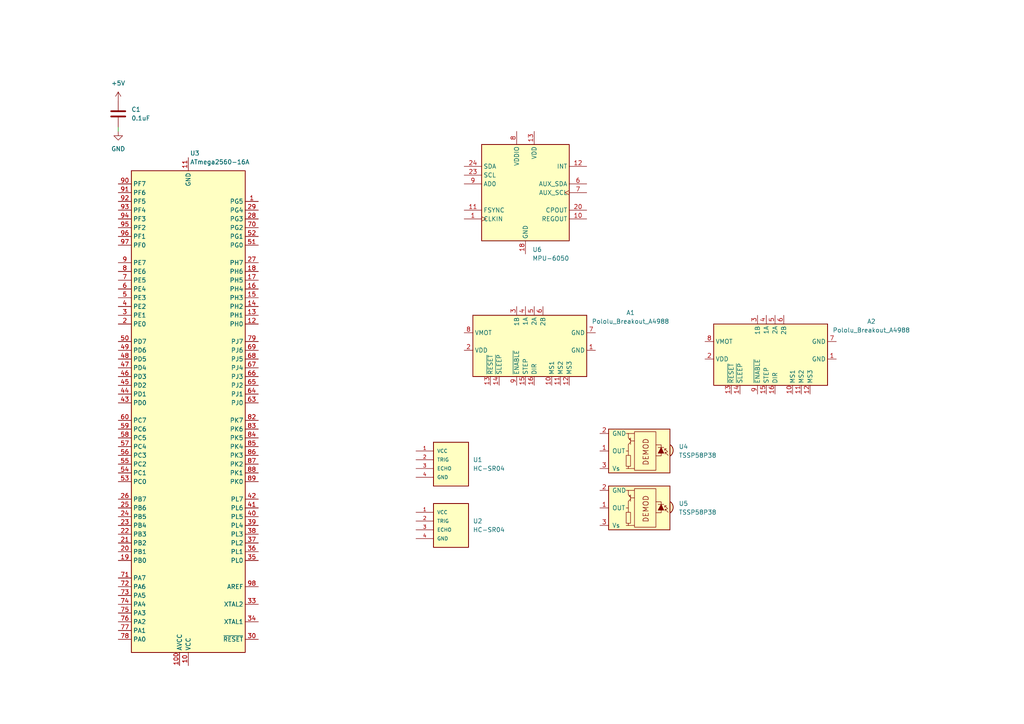
<source format=kicad_sch>
(kicad_sch (version 20211123) (generator eeschema)
  (paper "A4")
  (title_block (date "2023-01-16"))
  (lib_symbols
    (symbol "Device:C" (pin_numbers hide) (pin_names (offset 0.254))
      (property "Reference" "C" (at 0.635 2.54 0))
      (property "Value" "C" (at 0.635 -2.54 0))
      (symbol "C_0_1"
        (polyline (pts (xy -2.032 -0.762) (xy 2.032 -0.762)) (stroke (width 0.508)))
        (polyline (pts (xy -2.032 0.762) (xy 2.032 0.762)) (stroke (width 0.508)))
      )
      (symbol "C_1_1"
        (pin passive line (at 0 3.81 270) (length 2.794) (name "~") (number "1"))
        (pin passive line (at 0 -3.81 90) (length 2.794) (name "~") (number "2"))
      )
    )
    (symbol "Driver_Motor:Pololu_Breakout_A4988"
      (property "Reference" "A" (at -2.54 19.05 0))
      (property "Value" "Pololu_Breakout_A4988" (at -2.54 16.51 0))
      (symbol "Pololu_Breakout_A4988_0_1"
        (rectangle (start 10.16 -17.78) (end -7.62 15.24) (stroke (width 0.254)) (fill (type background)))
      )
      (symbol "Pololu_Breakout_A4988_1_1"
        (pin power_in line (at 0 -20.32 90) (length 2.54) (name "GND") (number "1"))
        (pin input line (at -10.16 -7.62 0) (length 2.54) (name "MS1") (number "10"))
        (pin input line (at -10.16 -10.16 0) (length 2.54) (name "MS2") (number "11"))
        (pin input line (at -10.16 -12.7 0) (length 2.54) (name "MS3") (number "12"))
        (pin input line (at -10.16 10.16 0) (length 2.54) (name "~{RESET}") (number "13"))
        (pin input line (at -10.16 7.62 0) (length 2.54) (name "~{SLEEP}") (number "14"))
        (pin input line (at -10.16 0 0) (length 2.54) (name "STEP") (number "15"))
        (pin input line (at -10.16 -2.54 0) (length 2.54) (name "DIR") (number "16"))
        (pin power_in line (at 0 17.78 270) (length 2.54) (name "VDD") (number "2"))
        (pin output line (at 12.7 2.54 180) (length 2.54) (name "1B") (number "3"))
        (pin output line (at 12.7 0 180) (length 2.54) (name "1A") (number "4"))
        (pin output line (at 12.7 -2.54 180) (length 2.54) (name "2A") (number "5"))
        (pin output line (at 12.7 -5.08 180) (length 2.54) (name "2B") (number "6"))
        (pin power_in line (at 5.08 -20.32 90) (length 2.54) (name "GND") (number "7"))
        (pin power_in line (at 5.08 17.78 270) (length 2.54) (name "VMOT") (number "8"))
        (pin input line (at -10.16 2.54 0) (length 2.54) (name "~{ENABLE}") (number "9"))
      )
    )
    (symbol "HC-SR04:HC-SR04" (pin_names (offset 1.016))
      (property "Reference" "U" (at 0 5.0813 0))
      (property "Value" "HC-SR04" (at 0 -10.163 0))
      (symbol "HC-SR04_0_0"
        (rectangle (start 0 -7.62) (end 10.16 5.08) (stroke (width 0.254)) (fill (type background)))
        (pin power_in line (at -5.08 2.54 0) (length 5.08) (name "VCC") (number "1"))
        (pin bidirectional line (at -5.08 0 0) (length 5.08) (name "TRIG") (number "2"))
        (pin bidirectional line (at -5.08 -2.54 0) (length 5.08) (name "ECHO") (number "3"))
        (pin power_in line (at -5.08 -5.08 0) (length 5.08) (name "GND") (number "4"))
      )
    )
    (symbol "MCU_Microchip_ATmega:ATmega2560-16A"
      (property "Reference" "U" (at 0 1.27 0))
      (property "Value" "ATmega2560-16A" (at 0 -1.27 0))
      (symbol "ATmega2560-16A_0_1"
        (rectangle (start -16.51 -69.85) (end 16.51 69.85) (stroke (width 0.254)) (fill (type background)))
      )
      (symbol "ATmega2560-16A_1_1"
        (pin bidirectional line (at -20.32 -60.96 0) (length 3.81) (name "PG5") (number "1"))
        (pin power_in line (at 0 73.66 270) (length 3.81) (name "VCC") (number "10"))
        (pin power_in line (at 2.54 73.66 270) (length 3.81) (name "AVCC") (number "100"))
        (pin power_in line (at 0 -73.66 90) (length 3.81) (name "GND") (number "11"))
        (pin bidirectional line (at -20.32 -25.4 0) (length 3.81) (name "PH0") (number "12"))
        (pin bidirectional line (at -20.32 -27.94 0) (length 3.81) (name "PH1") (number "13"))
        (pin bidirectional line (at -20.32 -30.48 0) (length 3.81) (name "PH2") (number "14"))
        (pin bidirectional line (at -20.32 -33.02 0) (length 3.81) (name "PH3") (number "15"))
        (pin bidirectional line (at -20.32 -35.56 0) (length 3.81) (name "PH4") (number "16"))
        (pin bidirectional line (at -20.32 -38.1 0) (length 3.81) (name "PH5") (number "17"))
        (pin bidirectional line (at -20.32 -40.64 0) (length 3.81) (name "PH6") (number "18"))
        (pin bidirectional line (at 20.32 43.18 180) (length 3.81) (name "PB0") (number "19"))
        (pin bidirectional line (at 20.32 -25.4 180) (length 3.81) (name "PE0") (number "2"))
        (pin bidirectional line (at 20.32 40.64 180) (length 3.81) (name "PB1") (number "20"))
        (pin bidirectional line (at 20.32 38.1 180) (length 3.81) (name "PB2") (number "21"))
        (pin bidirectional line (at 20.32 35.56 180) (length 3.81) (name "PB3") (number "22"))
        (pin bidirectional line (at 20.32 33.02 180) (length 3.81) (name "PB4") (number "23"))
        (pin bidirectional line (at 20.32 30.48 180) (length 3.81) (name "PB5") (number "24"))
        (pin bidirectional line (at 20.32 27.94 180) (length 3.81) (name "PB6") (number "25"))
        (pin bidirectional line (at 20.32 25.4 180) (length 3.81) (name "PB7") (number "26"))
        (pin bidirectional line (at -20.32 -43.18 0) (length 3.81) (name "PH7") (number "27"))
        (pin bidirectional line (at -20.32 -55.88 0) (length 3.81) (name "PG3") (number "28"))
        (pin bidirectional line (at -20.32 -58.42 0) (length 3.81) (name "PG4") (number "29"))
        (pin bidirectional line (at 20.32 -27.94 180) (length 3.81) (name "PE1") (number "3"))
        (pin input line (at -20.32 66.04 0) (length 3.81) (name "~{RESET}") (number "30"))
        (pin passive line (at 0 73.66 270) (length 3.81) hide (name "VCC") (number "31"))
        (pin passive line (at 0 -73.66 90) (length 3.81) hide (name "GND") (number "32"))
        (pin output line (at -20.32 55.88 0) (length 3.81) (name "XTAL2") (number "33"))
        (pin input line (at -20.32 60.96 0) (length 3.81) (name "XTAL1") (number "34"))
        (pin bidirectional line (at -20.32 43.18 0) (length 3.81) (name "PL0") (number "35"))
        (pin bidirectional line (at -20.32 40.64 0) (length 3.81) (name "PL1") (number "36"))
        (pin bidirectional line (at -20.32 38.1 0) (length 3.81) (name "PL2") (number "37"))
        (pin bidirectional line (at -20.32 35.56 0) (length 3.81) (name "PL3") (number "38"))
        (pin bidirectional line (at -20.32 33.02 0) (length 3.81) (name "PL4") (number "39"))
        (pin bidirectional line (at 20.32 -30.48 180) (length 3.81) (name "PE2") (number "4"))
        (pin bidirectional line (at -20.32 30.48 0) (length 3.81) (name "PL5") (number "40"))
        (pin bidirectional line (at -20.32 27.94 0) (length 3.81) (name "PL6") (number "41"))
        (pin bidirectional line (at -20.32 25.4 0) (length 3.81) (name "PL7") (number "42"))
        (pin bidirectional line (at 20.32 -2.54 180) (length 3.81) (name "PD0") (number "43"))
        (pin bidirectional line (at 20.32 -5.08 180) (length 3.81) (name "PD1") (number "44"))
        (pin bidirectional line (at 20.32 -7.62 180) (length 3.81) (name "PD2") (number "45"))
        (pin bidirectional line (at 20.32 -10.16 180) (length 3.81) (name "PD3") (number "46"))
        (pin bidirectional line (at 20.32 -12.7 180) (length 3.81) (name "PD4") (number "47"))
        (pin bidirectional line (at 20.32 -15.24 180) (length 3.81) (name "PD5") (number "48"))
        (pin bidirectional line (at 20.32 -17.78 180) (length 3.81) (name "PD6") (number "49"))
        (pin bidirectional line (at 20.32 -33.02 180) (length 3.81) (name "PE3") (number "5"))
        (pin bidirectional line (at 20.32 -20.32 180) (length 3.81) (name "PD7") (number "50"))
        (pin bidirectional line (at -20.32 -48.26 0) (length 3.81) (name "PG0") (number "51"))
        (pin bidirectional line (at -20.32 -50.8 0) (length 3.81) (name "PG1") (number "52"))
        (pin bidirectional line (at 20.32 20.32 180) (length 3.81) (name "PC0") (number "53"))
        (pin bidirectional line (at 20.32 17.78 180) (length 3.81) (name "PC1") (number "54"))
        (pin bidirectional line (at 20.32 15.24 180) (length 3.81) (name "PC2") (number "55"))
        (pin bidirectional line (at 20.32 12.7 180) (length 3.81) (name "PC3") (number "56"))
        (pin bidirectional line (at 20.32 10.16 180) (length 3.81) (name "PC4") (number "57"))
        (pin bidirectional line (at 20.32 7.62 180) (length 3.81) (name "PC5") (number "58"))
        (pin bidirectional line (at 20.32 5.08 180) (length 3.81) (name "PC6") (number "59"))
        (pin bidirectional line (at 20.32 -35.56 180) (length 3.81) (name "PE4") (number "6"))
        (pin bidirectional line (at 20.32 2.54 180) (length 3.81) (name "PC7") (number "60"))
        (pin passive line (at 0 73.66 270) (length 3.81) hide (name "VCC") (number "61"))
        (pin passive line (at 0 -73.66 90) (length 3.81) hide (name "GND") (number "62"))
        (pin bidirectional line (at -20.32 -2.54 0) (length 3.81) (name "PJ0") (number "63"))
        (pin bidirectional line (at -20.32 -5.08 0) (length 3.81) (name "PJ1") (number "64"))
        (pin bidirectional line (at -20.32 -7.62 0) (length 3.81) (name "PJ2") (number "65"))
        (pin bidirectional line (at -20.32 -10.16 0) (length 3.81) (name "PJ3") (number "66"))
        (pin bidirectional line (at -20.32 -12.7 0) (length 3.81) (name "PJ4") (number "67"))
        (pin bidirectional line (at -20.32 -15.24 0) (length 3.81) (name "PJ5") (number "68"))
        (pin bidirectional line (at -20.32 -17.78 0) (length 3.81) (name "PJ6") (number "69"))
        (pin bidirectional line (at 20.32 -38.1 180) (length 3.81) (name "PE5") (number "7"))
        (pin bidirectional line (at -20.32 -53.34 0) (length 3.81) (name "PG2") (number "70"))
        (pin bidirectional line (at 20.32 48.26 180) (length 3.81) (name "PA7") (number "71"))
        (pin bidirectional line (at 20.32 50.8 180) (length 3.81) (name "PA6") (number "72"))
        (pin bidirectional line (at 20.32 53.34 180) (length 3.81) (name "PA5") (number "73"))
        (pin bidirectional line (at 20.32 55.88 180) (length 3.81) (name "PA4") (number "74"))
        (pin bidirectional line (at 20.32 58.42 180) (length 3.81) (name "PA3") (number "75"))
        (pin bidirectional line (at 20.32 60.96 180) (length 3.81) (name "PA2") (number "76"))
        (pin bidirectional line (at 20.32 63.5 180) (length 3.81) (name "PA1") (number "77"))
        (pin bidirectional line (at 20.32 66.04 180) (length 3.81) (name "PA0") (number "78"))
        (pin bidirectional line (at -20.32 -20.32 0) (length 3.81) (name "PJ7") (number "79"))
        (pin bidirectional line (at 20.32 -40.64 180) (length 3.81) (name "PE6") (number "8"))
        (pin passive line (at 0 73.66 270) (length 3.81) hide (name "VCC") (number "80"))
        (pin passive line (at 0 -73.66 90) (length 3.81) hide (name "GND") (number "81"))
        (pin bidirectional line (at -20.32 2.54 0) (length 3.81) (name "PK7") (number "82"))
        (pin bidirectional line (at -20.32 5.08 0) (length 3.81) (name "PK6") (number "83"))
        (pin bidirectional line (at -20.32 7.62 0) (length 3.81) (name "PK5") (number "84"))
        (pin bidirectional line (at -20.32 10.16 0) (length 3.81) (name "PK4") (number "85"))
        (pin bidirectional line (at -20.32 12.7 0) (length 3.81) (name "PK3") (number "86"))
        (pin bidirectional line (at -20.32 15.24 0) (length 3.81) (name "PK2") (number "87"))
        (pin bidirectional line (at -20.32 17.78 0) (length 3.81) (name "PK1") (number "88"))
        (pin bidirectional line (at -20.32 20.32 0) (length 3.81) (name "PK0") (number "89"))
        (pin bidirectional line (at 20.32 -43.18 180) (length 3.81) (name "PE7") (number "9"))
        (pin bidirectional line (at 20.32 -66.04 180) (length 3.81) (name "PF7") (number "90"))
        (pin bidirectional line (at 20.32 -63.5 180) (length 3.81) (name "PF6") (number "91"))
        (pin bidirectional line (at 20.32 -60.96 180) (length 3.81) (name "PF5") (number "92"))
        (pin bidirectional line (at 20.32 -58.42 180) (length 3.81) (name "PF4") (number "93"))
        (pin bidirectional line (at 20.32 -55.88 180) (length 3.81) (name "PF3") (number "94"))
        (pin bidirectional line (at 20.32 -53.34 180) (length 3.81) (name "PF2") (number "95"))
        (pin bidirectional line (at 20.32 -50.8 180) (length 3.81) (name "PF1") (number "96"))
        (pin bidirectional line (at 20.32 -48.26 180) (length 3.81) (name "PF0") (number "97"))
        (pin passive line (at -20.32 50.8 0) (length 3.81) (name "AREF") (number "98"))
        (pin passive line (at 0 -73.66 90) (length 3.81) hide (name "GND") (number "99"))
      )
    )
    (symbol "Sensor_Motion:MPU-6050"
      (property "Reference" "U" (at -11.43 13.97 0))
      (property "Value" "MPU-6050" (at 7.62 -15.24 0))
      (symbol "MPU-6050_0_0"
        (text "" (at 12.7 -2.54 0) (effects (font (size 1.27 1.27))))
      )
      (symbol "MPU-6050_0_1"
        (rectangle (start -12.7 13.97) (end 12.7 -13.97) (stroke (width 0.254)) (fill (type background)))
      )
      (symbol "MPU-6050_1_1"
        (pin input clock (at -17.78 -7.62 0) (length 5.08) (name "CLKIN") (number "1"))
        (pin passive line (at 17.78 -7.62 180) (length 5.08) (name "REGOUT") (number "10"))
        (pin input line (at -17.78 -5.08 0) (length 5.08) (name "FSYNC") (number "11"))
        (pin output line (at 17.78 7.62 180) (length 5.08) (name "INT") (number "12"))
        (pin power_in line (at 2.54 17.78 270) (length 3.81) (name "VDD") (number "13"))
        (pin no_connect line (at -12.7 -10.16 0) (length 2.54) hide (name "NC") (number "14"))
        (pin no_connect line (at 12.7 12.7 180) (length 2.54) hide (name "NC") (number "15"))
        (pin no_connect line (at 12.7 10.16 180) (length 2.54) hide (name "NC") (number "16"))
        (pin no_connect line (at 12.7 5.08 180) (length 2.54) hide (name "NC") (number "17"))
        (pin power_in line (at 0 -17.78 90) (length 3.81) (name "GND") (number "18"))
        (pin no_connect line (at 12.7 -10.16 180) (length 2.54) hide (name "NC") (number "19"))
        (pin no_connect line (at -12.7 12.7 0) (length 2.54) hide (name "NC") (number "2"))
        (pin passive line (at 17.78 -5.08 180) (length 5.08) (name "CPOUT") (number "20"))
        (pin no_connect line (at 12.7 -2.54 180) (length 2.54) hide (name "NC") (number "21"))
        (pin no_connect line (at 12.7 -12.7 180) (length 2.54) hide (name "NC") (number "22"))
        (pin input line (at -17.78 5.08 0) (length 5.08) (name "SCL") (number "23"))
        (pin bidirectional line (at -17.78 7.62 0) (length 5.08) (name "SDA") (number "24"))
        (pin no_connect line (at -12.7 10.16 0) (length 2.54) hide (name "NC") (number "3"))
        (pin no_connect line (at -12.7 0 0) (length 2.54) hide (name "NC") (number "4"))
        (pin no_connect line (at -12.7 -2.54 0) (length 2.54) hide (name "NC") (number "5"))
        (pin bidirectional line (at 17.78 2.54 180) (length 5.08) (name "AUX_SDA") (number "6"))
        (pin output clock (at 17.78 0 180) (length 5.08) (name "AUX_SCL") (number "7"))
        (pin power_in line (at -2.54 17.78 270) (length 3.81) (name "VDDIO") (number "8"))
        (pin input line (at -17.78 2.54 0) (length 5.08) (name "AD0") (number "9"))
      )
    )
    (symbol "Sensor_Proximity:TSSP58P38" (pin_names (offset 1.016))
      (property "Reference" "U" (at -10.16 7.62 0))
      (property "Value" "TSSP58P38" (at -10.16 -7.62 0))
      (symbol "TSSP58P38_0_0"
        (arc (start -10.287 1.397) (mid -11.0899 -0.1852) (end -10.287 -1.778) (stroke (width 0.254)) (fill (type background)))
        (polyline (pts (xy 1.905 -5.08) (xy 0.127 -5.08)))
        (polyline (pts (xy 1.905 5.08) (xy 0.127 5.08)))
        (text "DEMOD" (at -3.175 0.254 900) (effects (font (size 1.524 1.524))))
      )
      (symbol "TSSP58P38_0_1"
        (rectangle (start -6.096 5.588) (end 0.127 -5.588))
        (polyline (pts (xy -8.763 0.381) (xy -9.652 1.27)))
        (polyline (pts (xy -8.763 0.381) (xy -9.271 0.381)))
        (polyline (pts (xy -8.763 0.381) (xy -8.763 0.889)))
        (polyline (pts (xy -8.636 -0.635) (xy -9.525 0.254)))
        (polyline (pts (xy -8.636 -0.635) (xy -9.144 -0.635)))
        (polyline (pts (xy -8.636 -0.635) (xy -8.636 -0.127)))
        (polyline (pts (xy -8.382 -1.016) (xy -6.731 -1.016)))
        (polyline (pts (xy 1.27 -2.921) (xy 0.127 -2.921)))
        (polyline (pts (xy 1.27 -1.905) (xy 1.27 -3.81)))
        (polyline (pts (xy 1.397 -3.556) (xy 1.524 -3.556)))
        (polyline (pts (xy 1.651 -3.556) (xy 1.524 -3.556)))
        (polyline (pts (xy 1.651 -3.556) (xy 1.651 -3.302)))
        (polyline (pts (xy 1.905 0) (xy 1.905 1.27)))
        (polyline (pts (xy 1.905 4.445) (xy 1.905 5.08) (xy 2.54 5.08)))
        (polyline (pts (xy -8.382 0.635) (xy -6.731 0.635) (xy -7.62 -1.016) (xy -8.382 0.635)) (fill (type outline)))
        (polyline (pts (xy -6.096 1.397) (xy -7.62 1.397) (xy -7.62 -1.778) (xy -6.096 -1.778)))
        (polyline (pts (xy 1.27 -3.175) (xy 1.905 -3.81) (xy 1.905 -5.08) (xy 2.54 -5.08)))
        (polyline (pts (xy 1.27 -2.54) (xy 1.905 -1.905) (xy 1.905 0) (xy 2.54 0)))
        (rectangle (start 2.54 1.27) (end 1.27 4.445))
        (rectangle (start 7.62 6.35) (end -10.16 -6.35) (stroke (width 0.254)) (fill (type background)))
      )
      (symbol "TSSP58P38_1_1"
        (pin output line (at 10.16 0 180) (length 2.54) (name "OUT") (number "1"))
        (pin power_in line (at 10.16 -5.08 180) (length 2.54) (name "GND") (number "2"))
        (pin power_in line (at 10.16 5.08 180) (length 2.54) (name "Vs") (number "3"))
      )
    )
    (symbol "power:+5V" (power) (pin_names (offset 0))
      (property "Value" "+5V" (at 0 3.556 0))
      (symbol "+5V_0_1"
        (polyline (pts (xy -0.762 1.27) (xy 0 2.54)))
        (polyline (pts (xy 0 0) (xy 0 2.54)))
        (polyline (pts (xy 0 2.54) (xy 0.762 1.27)))
      )
      (symbol "+5V_1_1"
        (pin power_in line (at 0 0 90) (length 0) hide (name "+5V") (number "1"))
      )
    )
    (symbol "power:GND" (power) (pin_names (offset 0))
      (property "Value" "GND" (at 0 -3.81 0))
      (symbol "GND_0_1"
        (polyline (pts (xy 0 0) (xy 0 -1.27) (xy 1.27 -1.27) (xy 0 -2.54) (xy -1.27 -1.27) (xy 0 -1.27)))
      )
      (symbol "GND_1_1"
        (pin power_in line (at 0 0 270) (length 0) hide (name "GND") (number "1"))
      )
    )
  )
  (wire (pts (xy 34.29 36.83) (xy 34.29 38.1)))
  (symbol (lib_id "HC-SR04:HC-SR04") (at 125.73 151.13 0) (unit 1)
    (property "Reference" "U2" (at 137.16 151.1299 0) (effects (justify left)))
    (property "Value" "HC-SR04" (at 137.16 153.6699 0) (effects (justify left)))
    (property "Footprint" "XCVR_HC-SR04" (effects hide))
    (property "MANUFACTURER" "Osepp" (effects hide))
  )
  (symbol (lib_id "Sensor_Motion:MPU-6050") (at 152.4 55.88 0) (unit 1)
    (property "Reference" "U6" (at 154.4194 72.39 0) (effects (justify left)))
    (property "Value" "MPU-6050" (at 154.4194 74.93 0) (effects (justify left)))
    (property "Footprint" "Sensor_Motion:InvenSense_QFN-24_4x4mm_P0.5mm" (effects hide))
    (property "Datasheet" "https://store.invensense.com/datasheets/invensense/MPU-6050_DataSheet_V3%204.pdf" (effects hide))
  )
  (symbol (lib_id "HC-SR04:HC-SR04") (at 125.73 133.35 0) (unit 1)
    (property "Reference" "U1" (at 137.16 133.3499 0) (effects (justify left)))
    (property "Value" "HC-SR04" (at 137.16 135.8899 0) (effects (justify left)))
    (property "Footprint" "XCVR_HC-SR04" (effects hide))
    (property "MANUFACTURER" "Osepp" (effects hide))
  )
  (symbol (lib_id "MCU_Microchip_ATmega:ATmega2560-16A") (at 54.61 119.38 180) (unit 1)
    (property "Reference" "U3" (at 55.1306 44.45 0) (effects (justify right)))
    (property "Value" "ATmega2560-16A" (at 55.1306 46.99 0) (effects (justify right)))
    (property "Footprint" "Package_QFP:TQFP-100_14x14mm_P0.5mm" (effects hide))
    (property "Datasheet" "http://ww1.microchip.com/downloads/en/DeviceDoc/Atmel-2549-8-bit-AVR-Microcontroller-ATmega640-1280-1281-2560-2561_datasheet.pdf" (effects hide))
  )
  (symbol (lib_id "Driver_Motor:Pololu_Breakout_A4988") (at 152.4 101.6 90) (unit 1)
    (property "Reference" "A1" (at 182.88 90.6905 90))
    (property "Value" "Pololu_Breakout_A4988" (at 182.88 93.2305 90))
    (property "Footprint" "Module:Pololu_Breakout-16_15.2x20.3mm" (effects hide))
    (property "Datasheet" "https://www.pololu.com/product/2980/pictures" (effects hide))
  )
  (symbol (lib_id "Driver_Motor:Pololu_Breakout_A4988") (at 222.25 104.14 90) (unit 1)
    (property "Reference" "A2" (at 252.73 93.2305 90))
    (property "Value" "Pololu_Breakout_A4988" (at 252.73 95.7705 90))
    (property "Footprint" "Module:Pololu_Breakout-16_15.2x20.3mm" (effects hide))
    (property "Datasheet" "https://www.pololu.com/product/2980/pictures" (effects hide))
  )
  (symbol (lib_id "power:+5V") (at 34.29 29.21 0) (unit 1)
    (property "Reference" "#PWR0101" (effects hide))
    (property "Value" "+5V" (at 34.29 24.13 0))
  )
  (symbol (lib_id "Device:C") (at 34.29 33.02 0) (unit 1)
    (property "Reference" "C1" (at 38.1 31.7499 0) (effects (justify left)))
    (property "Value" "0.1uF" (at 38.1 34.2899 0) (effects (justify left)))
    (property "Footprint" "Capacitor_SMD:C_Elec_3x5.4" (effects hide))
  )
  (symbol (lib_id "Sensor_Proximity:TSSP58P38") (at 184.15 147.32 180) (unit 1)
    (property "Reference" "U5" (at 196.85 146.0499 0) (effects (justify right)))
    (property "Value" "TSSP58P38" (at 196.85 148.5899 0) (effects (justify right)))
    (property "Footprint" "OptoDevice:Vishay_MINICAST-3Pin" (effects hide))
    (property "Datasheet" "http://www.vishay.com/docs/82462/tsop581.pdf" (effects hide))
  )
  (symbol (lib_id "power:GND") (at 34.29 38.1 0) (unit 1)
    (property "Reference" "#PWR0102" (effects hide))
    (property "Value" "GND" (at 34.29 43.18 0))
  )
  (symbol (lib_id "Sensor_Proximity:TSSP58P38") (at 184.15 130.81 180) (unit 1)
    (property "Reference" "U4" (at 196.85 129.5399 0) (effects (justify right)))
    (property "Value" "TSSP58P38" (at 196.85 132.0799 0) (effects (justify right)))
    (property "Footprint" "OptoDevice:Vishay_MINICAST-3Pin" (effects hide))
    (property "Datasheet" "http://www.vishay.com/docs/82462/tsop581.pdf" (effects hide))
  )
)
</source>
